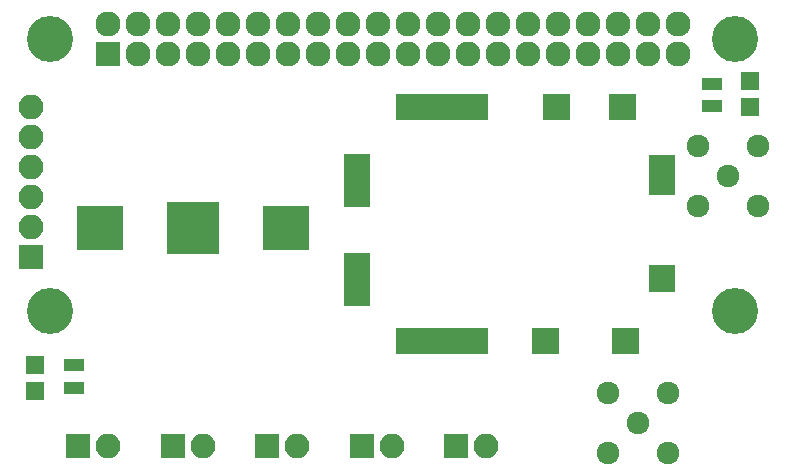
<source format=gbr>
G04 #@! TF.FileFunction,Soldermask,Top*
%FSLAX46Y46*%
G04 Gerber Fmt 4.6, Leading zero omitted, Abs format (unit mm)*
G04 Created by KiCad (PCBNEW 4.0.7) date 10/01/17 15:58:34*
%MOMM*%
%LPD*%
G01*
G04 APERTURE LIST*
%ADD10C,0.100000*%
%ADD11C,3.900000*%
%ADD12R,1.150000X2.200000*%
%ADD13R,2.200000X1.150000*%
%ADD14R,2.127200X2.127200*%
%ADD15O,2.127200X2.127200*%
%ADD16R,1.600000X1.600000*%
%ADD17C,1.924000*%
%ADD18R,3.900000X3.700000*%
%ADD19R,4.400000X4.400000*%
%ADD20R,2.100000X2.100000*%
%ADD21O,2.100000X2.100000*%
%ADD22R,1.700000X1.100000*%
G04 APERTURE END LIST*
D10*
D11*
X113500000Y-86500000D03*
X113500000Y-63500000D03*
X171500000Y-63500000D03*
X171500000Y-86500000D03*
D12*
X143396000Y-89024000D03*
X144496000Y-89024000D03*
X145596000Y-89024000D03*
X146696000Y-89024000D03*
X147796000Y-89024000D03*
X154896000Y-89024000D03*
X155996000Y-89024000D03*
X161696000Y-89024000D03*
X162796000Y-89024000D03*
D13*
X165296000Y-73924000D03*
X165296000Y-75024000D03*
X165296000Y-76124000D03*
X165296000Y-83224000D03*
X165296000Y-84324000D03*
D12*
X143396000Y-69224000D03*
X144496000Y-69224000D03*
X145596000Y-69224000D03*
X146696000Y-69224000D03*
X147796000Y-69224000D03*
X148896000Y-69224000D03*
X148896000Y-89024000D03*
X149996000Y-89024000D03*
X155796000Y-69224000D03*
X149996000Y-69224000D03*
X156896000Y-69224000D03*
X161396000Y-69224000D03*
X162496000Y-69224000D03*
D13*
X139496000Y-73824000D03*
X139496000Y-74924000D03*
X139496000Y-76024000D03*
X139496000Y-77124000D03*
X139496000Y-82224000D03*
X139496000Y-83324000D03*
X139496000Y-84424000D03*
X139496000Y-85524000D03*
D14*
X118390000Y-64750000D03*
D15*
X118390000Y-62210000D03*
X120930000Y-64750000D03*
X120930000Y-62210000D03*
X123470000Y-64750000D03*
X123470000Y-62210000D03*
X126010000Y-64750000D03*
X126010000Y-62210000D03*
X128550000Y-64750000D03*
X128550000Y-62210000D03*
X131090000Y-64750000D03*
X131090000Y-62210000D03*
X133630000Y-64750000D03*
X133630000Y-62210000D03*
X136170000Y-64750000D03*
X136170000Y-62210000D03*
X138710000Y-64750000D03*
X138710000Y-62210000D03*
X141250000Y-64750000D03*
X141250000Y-62210000D03*
X143790000Y-64750000D03*
X143790000Y-62210000D03*
X146330000Y-64750000D03*
X146330000Y-62210000D03*
X148870000Y-64750000D03*
X148870000Y-62210000D03*
X151410000Y-64750000D03*
X151410000Y-62210000D03*
X153950000Y-64750000D03*
X153950000Y-62210000D03*
X156490000Y-64750000D03*
X156490000Y-62210000D03*
X159030000Y-64750000D03*
X159030000Y-62210000D03*
X161570000Y-64750000D03*
X161570000Y-62210000D03*
X164110000Y-64750000D03*
X164110000Y-62210000D03*
X166650000Y-64750000D03*
X166650000Y-62210000D03*
D16*
X112250000Y-91050000D03*
X112250000Y-93250000D03*
X172750000Y-69250000D03*
X172750000Y-67050000D03*
D17*
X160778000Y-98555000D03*
X160778000Y-93475000D03*
X165858000Y-98555000D03*
X165858000Y-93475000D03*
X163318000Y-96015000D03*
X173478000Y-77600000D03*
X168398000Y-77600000D03*
X173478000Y-72520000D03*
X168398000Y-72520000D03*
X170938000Y-75060000D03*
D18*
X117700000Y-79500000D03*
X133500000Y-79500000D03*
D19*
X125600000Y-79500000D03*
D20*
X115900000Y-97900000D03*
D21*
X118440000Y-97900000D03*
D20*
X111900000Y-81900000D03*
D21*
X111900000Y-79360000D03*
X111900000Y-76820000D03*
X111900000Y-74280000D03*
X111900000Y-71740000D03*
X111900000Y-69200000D03*
D20*
X147900000Y-97900000D03*
D21*
X150440000Y-97900000D03*
D20*
X123900000Y-97900000D03*
D21*
X126440000Y-97900000D03*
D20*
X131900000Y-97900000D03*
D21*
X134440000Y-97900000D03*
D20*
X139900000Y-97900000D03*
D21*
X142440000Y-97900000D03*
D22*
X115500000Y-93000000D03*
X115500000Y-91100000D03*
X169500000Y-67250000D03*
X169500000Y-69150000D03*
M02*

</source>
